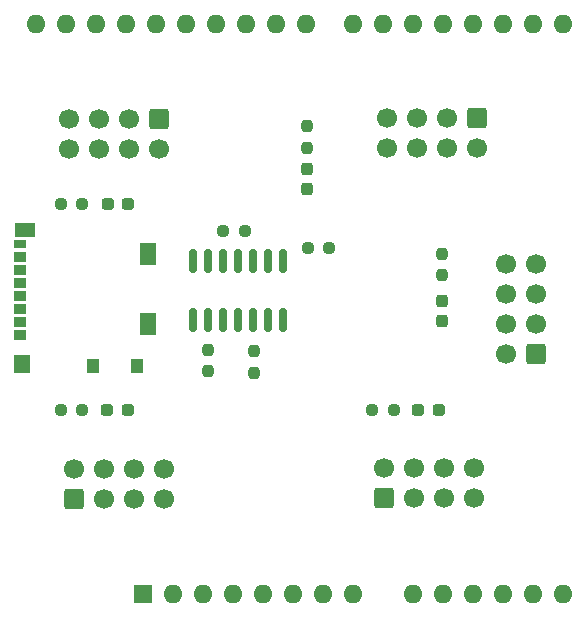
<source format=gts>
%TF.GenerationSoftware,KiCad,Pcbnew,8.0.5*%
%TF.CreationDate,2024-09-24T00:06:34+02:00*%
%TF.ProjectId,PicoShield,5069636f-5368-4696-956c-642e6b696361,rev?*%
%TF.SameCoordinates,Original*%
%TF.FileFunction,Soldermask,Top*%
%TF.FilePolarity,Negative*%
%FSLAX46Y46*%
G04 Gerber Fmt 4.6, Leading zero omitted, Abs format (unit mm)*
G04 Created by KiCad (PCBNEW 8.0.5) date 2024-09-24 00:06:34*
%MOMM*%
%LPD*%
G01*
G04 APERTURE LIST*
G04 Aperture macros list*
%AMRoundRect*
0 Rectangle with rounded corners*
0 $1 Rounding radius*
0 $2 $3 $4 $5 $6 $7 $8 $9 X,Y pos of 4 corners*
0 Add a 4 corners polygon primitive as box body*
4,1,4,$2,$3,$4,$5,$6,$7,$8,$9,$2,$3,0*
0 Add four circle primitives for the rounded corners*
1,1,$1+$1,$2,$3*
1,1,$1+$1,$4,$5*
1,1,$1+$1,$6,$7*
1,1,$1+$1,$8,$9*
0 Add four rect primitives between the rounded corners*
20,1,$1+$1,$2,$3,$4,$5,0*
20,1,$1+$1,$4,$5,$6,$7,0*
20,1,$1+$1,$6,$7,$8,$9,0*
20,1,$1+$1,$8,$9,$2,$3,0*%
G04 Aperture macros list end*
%ADD10RoundRect,0.237500X0.237500X-0.250000X0.237500X0.250000X-0.237500X0.250000X-0.237500X-0.250000X0*%
%ADD11RoundRect,0.237500X-0.237500X0.250000X-0.237500X-0.250000X0.237500X-0.250000X0.237500X0.250000X0*%
%ADD12RoundRect,0.250000X0.600000X-0.600000X0.600000X0.600000X-0.600000X0.600000X-0.600000X-0.600000X0*%
%ADD13C,1.700000*%
%ADD14RoundRect,0.250000X-0.600000X0.600000X-0.600000X-0.600000X0.600000X-0.600000X0.600000X0.600000X0*%
%ADD15RoundRect,0.237500X0.250000X0.237500X-0.250000X0.237500X-0.250000X-0.237500X0.250000X-0.237500X0*%
%ADD16R,1.100000X0.850000*%
%ADD17R,1.100000X0.750000*%
%ADD18R,1.000000X1.200000*%
%ADD19R,1.350000X1.550000*%
%ADD20R,1.350000X1.900000*%
%ADD21R,1.800000X1.170000*%
%ADD22RoundRect,0.237500X0.287500X0.237500X-0.287500X0.237500X-0.287500X-0.237500X0.287500X-0.237500X0*%
%ADD23RoundRect,0.150000X-0.150000X0.825000X-0.150000X-0.825000X0.150000X-0.825000X0.150000X0.825000X0*%
%ADD24RoundRect,0.237500X0.237500X-0.287500X0.237500X0.287500X-0.237500X0.287500X-0.237500X-0.287500X0*%
%ADD25RoundRect,0.250000X0.600000X0.600000X-0.600000X0.600000X-0.600000X-0.600000X0.600000X-0.600000X0*%
%ADD26RoundRect,0.237500X-0.250000X-0.237500X0.250000X-0.237500X0.250000X0.237500X-0.250000X0.237500X0*%
%ADD27R,1.600000X1.600000*%
%ADD28O,1.600000X1.600000*%
G04 APERTURE END LIST*
D10*
%TO.C,R4*%
X149606000Y-57554500D03*
X149606000Y-55729500D03*
%TD*%
D11*
%TO.C,R7*%
X169418000Y-47625000D03*
X169418000Y-49450000D03*
%TD*%
D12*
%TO.C,J1*%
X138226800Y-68376800D03*
D13*
X138226800Y-65836800D03*
X140766800Y-68376800D03*
X140766800Y-65836800D03*
X143306800Y-68376800D03*
X143306800Y-65836800D03*
X145846800Y-68376800D03*
X145846800Y-65836800D03*
%TD*%
D14*
%TO.C,J5*%
X172364400Y-36118800D03*
D13*
X172364400Y-38658800D03*
X169824400Y-36118800D03*
X169824400Y-38658800D03*
X167284400Y-36118800D03*
X167284400Y-38658800D03*
X164744400Y-36118800D03*
X164744400Y-38658800D03*
%TD*%
D12*
%TO.C,J2*%
X164541200Y-68275200D03*
D13*
X164541200Y-65735200D03*
X167081200Y-68275200D03*
X167081200Y-65735200D03*
X169621200Y-68275200D03*
X169621200Y-65735200D03*
X172161200Y-68275200D03*
X172161200Y-65735200D03*
%TD*%
D15*
%TO.C,R3*%
X152702900Y-45669200D03*
X150877900Y-45669200D03*
%TD*%
%TO.C,R1*%
X159865700Y-47142400D03*
X158040700Y-47142400D03*
%TD*%
D16*
%TO.C,J8*%
X133731000Y-54460000D03*
X133731000Y-53360000D03*
X133731000Y-52260000D03*
X133731000Y-51160000D03*
X133731000Y-50060000D03*
X133731000Y-48960000D03*
X133731000Y-47860000D03*
D17*
X133731000Y-46810000D03*
D18*
X139881000Y-57095000D03*
X143581000Y-57095000D03*
D19*
X133856000Y-56920000D03*
D20*
X144556000Y-53595000D03*
X144556000Y-47625000D03*
D21*
X134081000Y-45600000D03*
%TD*%
D22*
%TO.C,D5*%
X142861000Y-43434000D03*
X141111000Y-43434000D03*
%TD*%
D23*
%TO.C,U1*%
X155983400Y-48266000D03*
X154713400Y-48266000D03*
X153443400Y-48266000D03*
X152173400Y-48266000D03*
X150903400Y-48266000D03*
X149633400Y-48266000D03*
X148363400Y-48266000D03*
X148363400Y-53216000D03*
X149633400Y-53216000D03*
X150903400Y-53216000D03*
X152173400Y-53216000D03*
X153443400Y-53216000D03*
X154713400Y-53216000D03*
X155983400Y-53216000D03*
%TD*%
D24*
%TO.C,D4*%
X157988000Y-42164000D03*
X157988000Y-40414000D03*
%TD*%
D14*
%TO.C,J6*%
X145440400Y-36169600D03*
D13*
X145440400Y-38709600D03*
X142900400Y-36169600D03*
X142900400Y-38709600D03*
X140360400Y-36169600D03*
X140360400Y-38709600D03*
X137820400Y-36169600D03*
X137820400Y-38709600D03*
%TD*%
D25*
%TO.C,J4*%
X177393600Y-56083200D03*
D13*
X174853600Y-56083200D03*
X177393600Y-53543200D03*
X174853600Y-53543200D03*
X177393600Y-51003200D03*
X174853600Y-51003200D03*
X177393600Y-48463200D03*
X174853600Y-48463200D03*
%TD*%
D22*
%TO.C,D2*%
X169150000Y-60833000D03*
X167400000Y-60833000D03*
%TD*%
D26*
%TO.C,R2*%
X137136500Y-60833000D03*
X138961500Y-60833000D03*
%TD*%
%TO.C,R6*%
X163529000Y-60833000D03*
X165354000Y-60833000D03*
%TD*%
D24*
%TO.C,D3*%
X169418000Y-53326000D03*
X169418000Y-51576000D03*
%TD*%
D22*
%TO.C,D1*%
X142847000Y-60833000D03*
X141097000Y-60833000D03*
%TD*%
D26*
%TO.C,R9*%
X137136500Y-43434000D03*
X138961500Y-43434000D03*
%TD*%
D11*
%TO.C,R8*%
X157988000Y-36806500D03*
X157988000Y-38631500D03*
%TD*%
D10*
%TO.C,R5*%
X153466800Y-57706900D03*
X153466800Y-55881900D03*
%TD*%
D27*
%TO.C,A1*%
X144145000Y-76403200D03*
D28*
X146685000Y-76403200D03*
X149225000Y-76403200D03*
X151765000Y-76403200D03*
X154305000Y-76403200D03*
X156845000Y-76403200D03*
X159385000Y-76403200D03*
X161925000Y-76403200D03*
X167005000Y-76403200D03*
X169545000Y-76403200D03*
X172085000Y-76403200D03*
X174625000Y-76403200D03*
X177165000Y-76403200D03*
X179705000Y-76403200D03*
X179705000Y-28143200D03*
X177165000Y-28143200D03*
X174625000Y-28143200D03*
X172085000Y-28143200D03*
X169545000Y-28143200D03*
X167005000Y-28143200D03*
X164465000Y-28143200D03*
X161925000Y-28143200D03*
X157865000Y-28143200D03*
X155325000Y-28143200D03*
X152785000Y-28143200D03*
X150245000Y-28143200D03*
X147705000Y-28143200D03*
X145165000Y-28143200D03*
X142625000Y-28143200D03*
X140085000Y-28143200D03*
X137545000Y-28143200D03*
X135005000Y-28143200D03*
%TD*%
M02*

</source>
